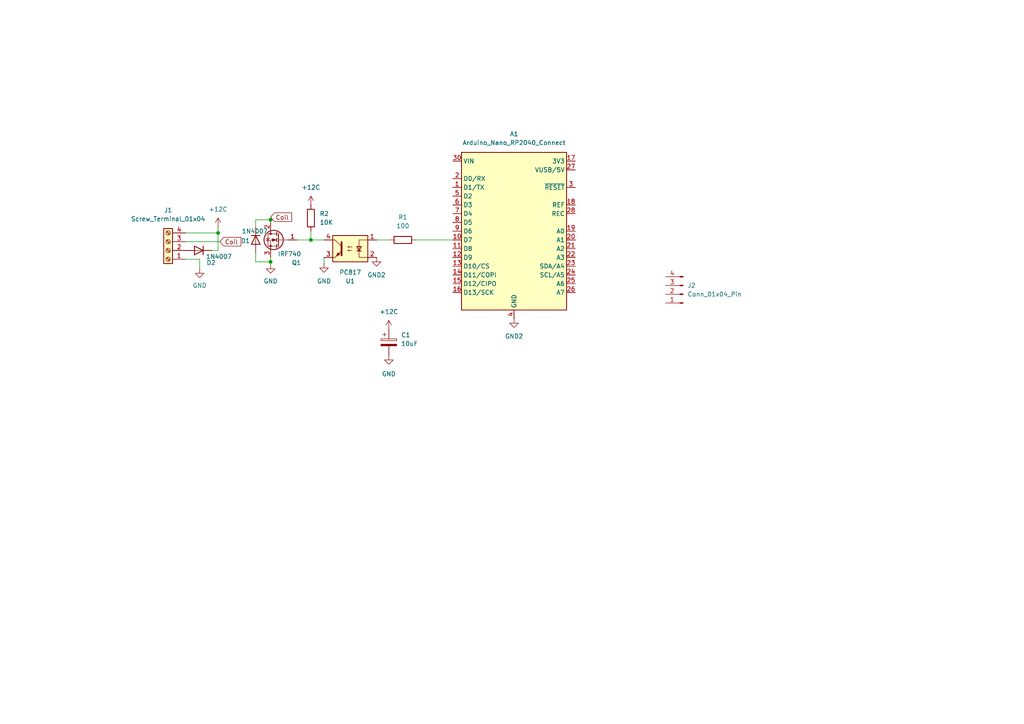
<source format=kicad_sch>
(kicad_sch
	(version 20231120)
	(generator "eeschema")
	(generator_version "8.0")
	(uuid "6e3291cc-e715-456a-8b8f-6df68a2eeb9c")
	(paper "A4")
	(lib_symbols
		(symbol "Connector:Conn_01x04_Pin"
			(pin_names
				(offset 1.016) hide)
			(exclude_from_sim no)
			(in_bom yes)
			(on_board yes)
			(property "Reference" "J"
				(at 0 5.08 0)
				(effects
					(font
						(size 1.27 1.27)
					)
				)
			)
			(property "Value" "Conn_01x04_Pin"
				(at 0 -7.62 0)
				(effects
					(font
						(size 1.27 1.27)
					)
				)
			)
			(property "Footprint" ""
				(at 0 0 0)
				(effects
					(font
						(size 1.27 1.27)
					)
					(hide yes)
				)
			)
			(property "Datasheet" "~"
				(at 0 0 0)
				(effects
					(font
						(size 1.27 1.27)
					)
					(hide yes)
				)
			)
			(property "Description" "Generic connector, single row, 01x04, script generated"
				(at 0 0 0)
				(effects
					(font
						(size 1.27 1.27)
					)
					(hide yes)
				)
			)
			(property "ki_locked" ""
				(at 0 0 0)
				(effects
					(font
						(size 1.27 1.27)
					)
				)
			)
			(property "ki_keywords" "connector"
				(at 0 0 0)
				(effects
					(font
						(size 1.27 1.27)
					)
					(hide yes)
				)
			)
			(property "ki_fp_filters" "Connector*:*_1x??_*"
				(at 0 0 0)
				(effects
					(font
						(size 1.27 1.27)
					)
					(hide yes)
				)
			)
			(symbol "Conn_01x04_Pin_1_1"
				(polyline
					(pts
						(xy 1.27 -5.08) (xy 0.8636 -5.08)
					)
					(stroke
						(width 0.1524)
						(type default)
					)
					(fill
						(type none)
					)
				)
				(polyline
					(pts
						(xy 1.27 -2.54) (xy 0.8636 -2.54)
					)
					(stroke
						(width 0.1524)
						(type default)
					)
					(fill
						(type none)
					)
				)
				(polyline
					(pts
						(xy 1.27 0) (xy 0.8636 0)
					)
					(stroke
						(width 0.1524)
						(type default)
					)
					(fill
						(type none)
					)
				)
				(polyline
					(pts
						(xy 1.27 2.54) (xy 0.8636 2.54)
					)
					(stroke
						(width 0.1524)
						(type default)
					)
					(fill
						(type none)
					)
				)
				(rectangle
					(start 0.8636 -4.953)
					(end 0 -5.207)
					(stroke
						(width 0.1524)
						(type default)
					)
					(fill
						(type outline)
					)
				)
				(rectangle
					(start 0.8636 -2.413)
					(end 0 -2.667)
					(stroke
						(width 0.1524)
						(type default)
					)
					(fill
						(type outline)
					)
				)
				(rectangle
					(start 0.8636 0.127)
					(end 0 -0.127)
					(stroke
						(width 0.1524)
						(type default)
					)
					(fill
						(type outline)
					)
				)
				(rectangle
					(start 0.8636 2.667)
					(end 0 2.413)
					(stroke
						(width 0.1524)
						(type default)
					)
					(fill
						(type outline)
					)
				)
				(pin passive line
					(at 5.08 2.54 180)
					(length 3.81)
					(name "Pin_1"
						(effects
							(font
								(size 1.27 1.27)
							)
						)
					)
					(number "1"
						(effects
							(font
								(size 1.27 1.27)
							)
						)
					)
				)
				(pin passive line
					(at 5.08 0 180)
					(length 3.81)
					(name "Pin_2"
						(effects
							(font
								(size 1.27 1.27)
							)
						)
					)
					(number "2"
						(effects
							(font
								(size 1.27 1.27)
							)
						)
					)
				)
				(pin passive line
					(at 5.08 -2.54 180)
					(length 3.81)
					(name "Pin_3"
						(effects
							(font
								(size 1.27 1.27)
							)
						)
					)
					(number "3"
						(effects
							(font
								(size 1.27 1.27)
							)
						)
					)
				)
				(pin passive line
					(at 5.08 -5.08 180)
					(length 3.81)
					(name "Pin_4"
						(effects
							(font
								(size 1.27 1.27)
							)
						)
					)
					(number "4"
						(effects
							(font
								(size 1.27 1.27)
							)
						)
					)
				)
			)
		)
		(symbol "Connector:Screw_Terminal_01x04"
			(pin_names
				(offset 1.016) hide)
			(exclude_from_sim no)
			(in_bom yes)
			(on_board yes)
			(property "Reference" "J"
				(at 0 5.08 0)
				(effects
					(font
						(size 1.27 1.27)
					)
				)
			)
			(property "Value" "Screw_Terminal_01x04"
				(at 0 -7.62 0)
				(effects
					(font
						(size 1.27 1.27)
					)
				)
			)
			(property "Footprint" ""
				(at 0 0 0)
				(effects
					(font
						(size 1.27 1.27)
					)
					(hide yes)
				)
			)
			(property "Datasheet" "~"
				(at 0 0 0)
				(effects
					(font
						(size 1.27 1.27)
					)
					(hide yes)
				)
			)
			(property "Description" "Generic screw terminal, single row, 01x04, script generated (kicad-library-utils/schlib/autogen/connector/)"
				(at 0 0 0)
				(effects
					(font
						(size 1.27 1.27)
					)
					(hide yes)
				)
			)
			(property "ki_keywords" "screw terminal"
				(at 0 0 0)
				(effects
					(font
						(size 1.27 1.27)
					)
					(hide yes)
				)
			)
			(property "ki_fp_filters" "TerminalBlock*:*"
				(at 0 0 0)
				(effects
					(font
						(size 1.27 1.27)
					)
					(hide yes)
				)
			)
			(symbol "Screw_Terminal_01x04_1_1"
				(rectangle
					(start -1.27 3.81)
					(end 1.27 -6.35)
					(stroke
						(width 0.254)
						(type default)
					)
					(fill
						(type background)
					)
				)
				(circle
					(center 0 -5.08)
					(radius 0.635)
					(stroke
						(width 0.1524)
						(type default)
					)
					(fill
						(type none)
					)
				)
				(circle
					(center 0 -2.54)
					(radius 0.635)
					(stroke
						(width 0.1524)
						(type default)
					)
					(fill
						(type none)
					)
				)
				(polyline
					(pts
						(xy -0.5334 -4.7498) (xy 0.3302 -5.588)
					)
					(stroke
						(width 0.1524)
						(type default)
					)
					(fill
						(type none)
					)
				)
				(polyline
					(pts
						(xy -0.5334 -2.2098) (xy 0.3302 -3.048)
					)
					(stroke
						(width 0.1524)
						(type default)
					)
					(fill
						(type none)
					)
				)
				(polyline
					(pts
						(xy -0.5334 0.3302) (xy 0.3302 -0.508)
					)
					(stroke
						(width 0.1524)
						(type default)
					)
					(fill
						(type none)
					)
				)
				(polyline
					(pts
						(xy -0.5334 2.8702) (xy 0.3302 2.032)
					)
					(stroke
						(width 0.1524)
						(type default)
					)
					(fill
						(type none)
					)
				)
				(polyline
					(pts
						(xy -0.3556 -4.572) (xy 0.508 -5.4102)
					)
					(stroke
						(width 0.1524)
						(type default)
					)
					(fill
						(type none)
					)
				)
				(polyline
					(pts
						(xy -0.3556 -2.032) (xy 0.508 -2.8702)
					)
					(stroke
						(width 0.1524)
						(type default)
					)
					(fill
						(type none)
					)
				)
				(polyline
					(pts
						(xy -0.3556 0.508) (xy 0.508 -0.3302)
					)
					(stroke
						(width 0.1524)
						(type default)
					)
					(fill
						(type none)
					)
				)
				(polyline
					(pts
						(xy -0.3556 3.048) (xy 0.508 2.2098)
					)
					(stroke
						(width 0.1524)
						(type default)
					)
					(fill
						(type none)
					)
				)
				(circle
					(center 0 0)
					(radius 0.635)
					(stroke
						(width 0.1524)
						(type default)
					)
					(fill
						(type none)
					)
				)
				(circle
					(center 0 2.54)
					(radius 0.635)
					(stroke
						(width 0.1524)
						(type default)
					)
					(fill
						(type none)
					)
				)
				(pin passive line
					(at -5.08 2.54 0)
					(length 3.81)
					(name "Pin_1"
						(effects
							(font
								(size 1.27 1.27)
							)
						)
					)
					(number "1"
						(effects
							(font
								(size 1.27 1.27)
							)
						)
					)
				)
				(pin passive line
					(at -5.08 0 0)
					(length 3.81)
					(name "Pin_2"
						(effects
							(font
								(size 1.27 1.27)
							)
						)
					)
					(number "2"
						(effects
							(font
								(size 1.27 1.27)
							)
						)
					)
				)
				(pin passive line
					(at -5.08 -2.54 0)
					(length 3.81)
					(name "Pin_3"
						(effects
							(font
								(size 1.27 1.27)
							)
						)
					)
					(number "3"
						(effects
							(font
								(size 1.27 1.27)
							)
						)
					)
				)
				(pin passive line
					(at -5.08 -5.08 0)
					(length 3.81)
					(name "Pin_4"
						(effects
							(font
								(size 1.27 1.27)
							)
						)
					)
					(number "4"
						(effects
							(font
								(size 1.27 1.27)
							)
						)
					)
				)
			)
		)
		(symbol "Device:C_Polarized"
			(pin_numbers hide)
			(pin_names
				(offset 0.254)
			)
			(exclude_from_sim no)
			(in_bom yes)
			(on_board yes)
			(property "Reference" "C"
				(at 0.635 2.54 0)
				(effects
					(font
						(size 1.27 1.27)
					)
					(justify left)
				)
			)
			(property "Value" "C_Polarized"
				(at 0.635 -2.54 0)
				(effects
					(font
						(size 1.27 1.27)
					)
					(justify left)
				)
			)
			(property "Footprint" ""
				(at 0.9652 -3.81 0)
				(effects
					(font
						(size 1.27 1.27)
					)
					(hide yes)
				)
			)
			(property "Datasheet" "~"
				(at 0 0 0)
				(effects
					(font
						(size 1.27 1.27)
					)
					(hide yes)
				)
			)
			(property "Description" "Polarized capacitor"
				(at 0 0 0)
				(effects
					(font
						(size 1.27 1.27)
					)
					(hide yes)
				)
			)
			(property "ki_keywords" "cap capacitor"
				(at 0 0 0)
				(effects
					(font
						(size 1.27 1.27)
					)
					(hide yes)
				)
			)
			(property "ki_fp_filters" "CP_*"
				(at 0 0 0)
				(effects
					(font
						(size 1.27 1.27)
					)
					(hide yes)
				)
			)
			(symbol "C_Polarized_0_1"
				(rectangle
					(start -2.286 0.508)
					(end 2.286 1.016)
					(stroke
						(width 0)
						(type default)
					)
					(fill
						(type none)
					)
				)
				(polyline
					(pts
						(xy -1.778 2.286) (xy -0.762 2.286)
					)
					(stroke
						(width 0)
						(type default)
					)
					(fill
						(type none)
					)
				)
				(polyline
					(pts
						(xy -1.27 2.794) (xy -1.27 1.778)
					)
					(stroke
						(width 0)
						(type default)
					)
					(fill
						(type none)
					)
				)
				(rectangle
					(start 2.286 -0.508)
					(end -2.286 -1.016)
					(stroke
						(width 0)
						(type default)
					)
					(fill
						(type outline)
					)
				)
			)
			(symbol "C_Polarized_1_1"
				(pin passive line
					(at 0 3.81 270)
					(length 2.794)
					(name "~"
						(effects
							(font
								(size 1.27 1.27)
							)
						)
					)
					(number "1"
						(effects
							(font
								(size 1.27 1.27)
							)
						)
					)
				)
				(pin passive line
					(at 0 -3.81 90)
					(length 2.794)
					(name "~"
						(effects
							(font
								(size 1.27 1.27)
							)
						)
					)
					(number "2"
						(effects
							(font
								(size 1.27 1.27)
							)
						)
					)
				)
			)
		)
		(symbol "Device:R"
			(pin_numbers hide)
			(pin_names
				(offset 0)
			)
			(exclude_from_sim no)
			(in_bom yes)
			(on_board yes)
			(property "Reference" "R"
				(at 2.032 0 90)
				(effects
					(font
						(size 1.27 1.27)
					)
				)
			)
			(property "Value" "R"
				(at 0 0 90)
				(effects
					(font
						(size 1.27 1.27)
					)
				)
			)
			(property "Footprint" ""
				(at -1.778 0 90)
				(effects
					(font
						(size 1.27 1.27)
					)
					(hide yes)
				)
			)
			(property "Datasheet" "~"
				(at 0 0 0)
				(effects
					(font
						(size 1.27 1.27)
					)
					(hide yes)
				)
			)
			(property "Description" "Resistor"
				(at 0 0 0)
				(effects
					(font
						(size 1.27 1.27)
					)
					(hide yes)
				)
			)
			(property "ki_keywords" "R res resistor"
				(at 0 0 0)
				(effects
					(font
						(size 1.27 1.27)
					)
					(hide yes)
				)
			)
			(property "ki_fp_filters" "R_*"
				(at 0 0 0)
				(effects
					(font
						(size 1.27 1.27)
					)
					(hide yes)
				)
			)
			(symbol "R_0_1"
				(rectangle
					(start -1.016 -2.54)
					(end 1.016 2.54)
					(stroke
						(width 0.254)
						(type default)
					)
					(fill
						(type none)
					)
				)
			)
			(symbol "R_1_1"
				(pin passive line
					(at 0 3.81 270)
					(length 1.27)
					(name "~"
						(effects
							(font
								(size 1.27 1.27)
							)
						)
					)
					(number "1"
						(effects
							(font
								(size 1.27 1.27)
							)
						)
					)
				)
				(pin passive line
					(at 0 -3.81 90)
					(length 1.27)
					(name "~"
						(effects
							(font
								(size 1.27 1.27)
							)
						)
					)
					(number "2"
						(effects
							(font
								(size 1.27 1.27)
							)
						)
					)
				)
			)
		)
		(symbol "Diode:1N4007"
			(pin_numbers hide)
			(pin_names hide)
			(exclude_from_sim no)
			(in_bom yes)
			(on_board yes)
			(property "Reference" "D"
				(at 0 2.54 0)
				(effects
					(font
						(size 1.27 1.27)
					)
				)
			)
			(property "Value" "1N4007"
				(at 0 -2.54 0)
				(effects
					(font
						(size 1.27 1.27)
					)
				)
			)
			(property "Footprint" "Diode_THT:D_DO-41_SOD81_P10.16mm_Horizontal"
				(at 0 -4.445 0)
				(effects
					(font
						(size 1.27 1.27)
					)
					(hide yes)
				)
			)
			(property "Datasheet" "http://www.vishay.com/docs/88503/1n4001.pdf"
				(at 0 0 0)
				(effects
					(font
						(size 1.27 1.27)
					)
					(hide yes)
				)
			)
			(property "Description" "1000V 1A General Purpose Rectifier Diode, DO-41"
				(at 0 0 0)
				(effects
					(font
						(size 1.27 1.27)
					)
					(hide yes)
				)
			)
			(property "Sim.Device" "D"
				(at 0 0 0)
				(effects
					(font
						(size 1.27 1.27)
					)
					(hide yes)
				)
			)
			(property "Sim.Pins" "1=K 2=A"
				(at 0 0 0)
				(effects
					(font
						(size 1.27 1.27)
					)
					(hide yes)
				)
			)
			(property "ki_keywords" "diode"
				(at 0 0 0)
				(effects
					(font
						(size 1.27 1.27)
					)
					(hide yes)
				)
			)
			(property "ki_fp_filters" "D*DO?41*"
				(at 0 0 0)
				(effects
					(font
						(size 1.27 1.27)
					)
					(hide yes)
				)
			)
			(symbol "1N4007_0_1"
				(polyline
					(pts
						(xy -1.27 1.27) (xy -1.27 -1.27)
					)
					(stroke
						(width 0.254)
						(type default)
					)
					(fill
						(type none)
					)
				)
				(polyline
					(pts
						(xy 1.27 0) (xy -1.27 0)
					)
					(stroke
						(width 0)
						(type default)
					)
					(fill
						(type none)
					)
				)
				(polyline
					(pts
						(xy 1.27 1.27) (xy 1.27 -1.27) (xy -1.27 0) (xy 1.27 1.27)
					)
					(stroke
						(width 0.254)
						(type default)
					)
					(fill
						(type none)
					)
				)
			)
			(symbol "1N4007_1_1"
				(pin passive line
					(at -3.81 0 0)
					(length 2.54)
					(name "K"
						(effects
							(font
								(size 1.27 1.27)
							)
						)
					)
					(number "1"
						(effects
							(font
								(size 1.27 1.27)
							)
						)
					)
				)
				(pin passive line
					(at 3.81 0 180)
					(length 2.54)
					(name "A"
						(effects
							(font
								(size 1.27 1.27)
							)
						)
					)
					(number "2"
						(effects
							(font
								(size 1.27 1.27)
							)
						)
					)
				)
			)
		)
		(symbol "Isolator:PC817"
			(pin_names
				(offset 1.016)
			)
			(exclude_from_sim no)
			(in_bom yes)
			(on_board yes)
			(property "Reference" "U"
				(at -5.08 5.08 0)
				(effects
					(font
						(size 1.27 1.27)
					)
					(justify left)
				)
			)
			(property "Value" "PC817"
				(at 0 5.08 0)
				(effects
					(font
						(size 1.27 1.27)
					)
					(justify left)
				)
			)
			(property "Footprint" "Package_DIP:DIP-4_W7.62mm"
				(at -5.08 -5.08 0)
				(effects
					(font
						(size 1.27 1.27)
						(italic yes)
					)
					(justify left)
					(hide yes)
				)
			)
			(property "Datasheet" "http://www.soselectronic.cz/a_info/resource/d/pc817.pdf"
				(at 0 0 0)
				(effects
					(font
						(size 1.27 1.27)
					)
					(justify left)
					(hide yes)
				)
			)
			(property "Description" "DC Optocoupler, Vce 35V, CTR 50-300%, DIP-4"
				(at 0 0 0)
				(effects
					(font
						(size 1.27 1.27)
					)
					(hide yes)
				)
			)
			(property "ki_keywords" "NPN DC Optocoupler"
				(at 0 0 0)
				(effects
					(font
						(size 1.27 1.27)
					)
					(hide yes)
				)
			)
			(property "ki_fp_filters" "DIP*W7.62mm*"
				(at 0 0 0)
				(effects
					(font
						(size 1.27 1.27)
					)
					(hide yes)
				)
			)
			(symbol "PC817_0_1"
				(rectangle
					(start -5.08 3.81)
					(end 5.08 -3.81)
					(stroke
						(width 0.254)
						(type default)
					)
					(fill
						(type background)
					)
				)
				(polyline
					(pts
						(xy -3.175 -0.635) (xy -1.905 -0.635)
					)
					(stroke
						(width 0.254)
						(type default)
					)
					(fill
						(type none)
					)
				)
				(polyline
					(pts
						(xy 2.54 0.635) (xy 4.445 2.54)
					)
					(stroke
						(width 0)
						(type default)
					)
					(fill
						(type none)
					)
				)
				(polyline
					(pts
						(xy 4.445 -2.54) (xy 2.54 -0.635)
					)
					(stroke
						(width 0)
						(type default)
					)
					(fill
						(type outline)
					)
				)
				(polyline
					(pts
						(xy 4.445 -2.54) (xy 5.08 -2.54)
					)
					(stroke
						(width 0)
						(type default)
					)
					(fill
						(type none)
					)
				)
				(polyline
					(pts
						(xy 4.445 2.54) (xy 5.08 2.54)
					)
					(stroke
						(width 0)
						(type default)
					)
					(fill
						(type none)
					)
				)
				(polyline
					(pts
						(xy -5.08 2.54) (xy -2.54 2.54) (xy -2.54 -0.635)
					)
					(stroke
						(width 0)
						(type default)
					)
					(fill
						(type none)
					)
				)
				(polyline
					(pts
						(xy -2.54 -0.635) (xy -2.54 -2.54) (xy -5.08 -2.54)
					)
					(stroke
						(width 0)
						(type default)
					)
					(fill
						(type none)
					)
				)
				(polyline
					(pts
						(xy 2.54 1.905) (xy 2.54 -1.905) (xy 2.54 -1.905)
					)
					(stroke
						(width 0.508)
						(type default)
					)
					(fill
						(type none)
					)
				)
				(polyline
					(pts
						(xy -2.54 -0.635) (xy -3.175 0.635) (xy -1.905 0.635) (xy -2.54 -0.635)
					)
					(stroke
						(width 0.254)
						(type default)
					)
					(fill
						(type none)
					)
				)
				(polyline
					(pts
						(xy -0.508 -0.508) (xy 0.762 -0.508) (xy 0.381 -0.635) (xy 0.381 -0.381) (xy 0.762 -0.508)
					)
					(stroke
						(width 0)
						(type default)
					)
					(fill
						(type none)
					)
				)
				(polyline
					(pts
						(xy -0.508 0.508) (xy 0.762 0.508) (xy 0.381 0.381) (xy 0.381 0.635) (xy 0.762 0.508)
					)
					(stroke
						(width 0)
						(type default)
					)
					(fill
						(type none)
					)
				)
				(polyline
					(pts
						(xy 3.048 -1.651) (xy 3.556 -1.143) (xy 4.064 -2.159) (xy 3.048 -1.651) (xy 3.048 -1.651)
					)
					(stroke
						(width 0)
						(type default)
					)
					(fill
						(type outline)
					)
				)
			)
			(symbol "PC817_1_1"
				(pin passive line
					(at -7.62 2.54 0)
					(length 2.54)
					(name "~"
						(effects
							(font
								(size 1.27 1.27)
							)
						)
					)
					(number "1"
						(effects
							(font
								(size 1.27 1.27)
							)
						)
					)
				)
				(pin passive line
					(at -7.62 -2.54 0)
					(length 2.54)
					(name "~"
						(effects
							(font
								(size 1.27 1.27)
							)
						)
					)
					(number "2"
						(effects
							(font
								(size 1.27 1.27)
							)
						)
					)
				)
				(pin passive line
					(at 7.62 -2.54 180)
					(length 2.54)
					(name "~"
						(effects
							(font
								(size 1.27 1.27)
							)
						)
					)
					(number "3"
						(effects
							(font
								(size 1.27 1.27)
							)
						)
					)
				)
				(pin passive line
					(at 7.62 2.54 180)
					(length 2.54)
					(name "~"
						(effects
							(font
								(size 1.27 1.27)
							)
						)
					)
					(number "4"
						(effects
							(font
								(size 1.27 1.27)
							)
						)
					)
				)
			)
		)
		(symbol "MCU_Module:Arduino_Nano_RP2040_Connect"
			(exclude_from_sim no)
			(in_bom yes)
			(on_board yes)
			(property "Reference" "A"
				(at -14.986 23.622 0)
				(effects
					(font
						(size 1.27 1.27)
					)
					(justify left bottom)
				)
			)
			(property "Value" "Arduino_Nano_RP2040_Connect"
				(at 3.81 -25.654 0)
				(effects
					(font
						(size 1.27 1.27)
					)
					(justify left top)
				)
			)
			(property "Footprint" "Module:Arduino_Nano"
				(at 13.716 -34.036 0)
				(effects
					(font
						(size 1.27 1.27)
						(italic yes)
					)
					(hide yes)
				)
			)
			(property "Datasheet" "https://docs.arduino.cc/resources/datasheets/ABX00053-datasheet.pdf"
				(at 39.116 -31.496 0)
				(effects
					(font
						(size 1.27 1.27)
					)
					(hide yes)
				)
			)
			(property "Description" "Arduino Nano board based on the RP2040 microcontroller with a dual-core 133 MHz ARM Cortex-M0+ processor, 264 kB SRAM, and up to 16 MB flash memory. Operates at 3.3V, with 5V Micro USB input and 4-20V VIN. Features Wi-Fi®, Bluetooth® LE, digital and analog pins, and supports SPI, I2C, UART, and PIO. Includes a 6-axis IMU, RGB LED, microphone, and cryptographic chip for secure communication."
				(at 209.042 -28.956 0)
				(effects
					(font
						(size 1.27 1.27)
					)
					(hide yes)
				)
			)
			(property "ki_keywords" "Raspberry Pi MCU"
				(at 0 0 0)
				(effects
					(font
						(size 1.27 1.27)
					)
					(hide yes)
				)
			)
			(property "ki_fp_filters" "Arduino*Nano*"
				(at 0 0 0)
				(effects
					(font
						(size 1.27 1.27)
					)
					(hide yes)
				)
			)
			(symbol "Arduino_Nano_RP2040_Connect_0_1"
				(rectangle
					(start -15.24 22.86)
					(end 15.24 -22.86)
					(stroke
						(width 0.254)
						(type default)
					)
					(fill
						(type background)
					)
				)
			)
			(symbol "Arduino_Nano_RP2040_Connect_1_1"
				(pin bidirectional line
					(at -17.78 12.7 0)
					(length 2.54)
					(name "D1/TX"
						(effects
							(font
								(size 1.27 1.27)
							)
						)
					)
					(number "1"
						(effects
							(font
								(size 1.27 1.27)
							)
						)
					)
				)
				(pin bidirectional line
					(at -17.78 -2.54 0)
					(length 2.54)
					(name "D7"
						(effects
							(font
								(size 1.27 1.27)
							)
						)
					)
					(number "10"
						(effects
							(font
								(size 1.27 1.27)
							)
						)
					)
				)
				(pin bidirectional line
					(at -17.78 -5.08 0)
					(length 2.54)
					(name "D8"
						(effects
							(font
								(size 1.27 1.27)
							)
						)
					)
					(number "11"
						(effects
							(font
								(size 1.27 1.27)
							)
						)
					)
				)
				(pin bidirectional line
					(at -17.78 -7.62 0)
					(length 2.54)
					(name "D9"
						(effects
							(font
								(size 1.27 1.27)
							)
						)
					)
					(number "12"
						(effects
							(font
								(size 1.27 1.27)
							)
						)
					)
				)
				(pin bidirectional line
					(at -17.78 -10.16 0)
					(length 2.54)
					(name "D10/CS"
						(effects
							(font
								(size 1.27 1.27)
							)
						)
					)
					(number "13"
						(effects
							(font
								(size 1.27 1.27)
							)
						)
					)
				)
				(pin bidirectional line
					(at -17.78 -12.7 0)
					(length 2.54)
					(name "D11/COPI"
						(effects
							(font
								(size 1.27 1.27)
							)
						)
					)
					(number "14"
						(effects
							(font
								(size 1.27 1.27)
							)
						)
					)
				)
				(pin bidirectional line
					(at -17.78 -15.24 0)
					(length 2.54)
					(name "D12/CIPO"
						(effects
							(font
								(size 1.27 1.27)
							)
						)
					)
					(number "15"
						(effects
							(font
								(size 1.27 1.27)
							)
						)
					)
				)
				(pin bidirectional line
					(at -17.78 -17.78 0)
					(length 2.54)
					(name "D13/SCK"
						(effects
							(font
								(size 1.27 1.27)
							)
						)
					)
					(number "16"
						(effects
							(font
								(size 1.27 1.27)
							)
						)
					)
				)
				(pin power_out line
					(at 17.78 20.32 180)
					(length 2.54)
					(name "3V3"
						(effects
							(font
								(size 1.27 1.27)
							)
						)
					)
					(number "17"
						(effects
							(font
								(size 1.27 1.27)
							)
						)
					)
				)
				(pin passive line
					(at 17.78 7.62 180)
					(length 2.54)
					(name "REF"
						(effects
							(font
								(size 1.27 1.27)
							)
						)
					)
					(number "18"
						(effects
							(font
								(size 1.27 1.27)
							)
						)
					)
				)
				(pin bidirectional line
					(at 17.78 0 180)
					(length 2.54)
					(name "A0"
						(effects
							(font
								(size 1.27 1.27)
							)
						)
					)
					(number "19"
						(effects
							(font
								(size 1.27 1.27)
							)
						)
					)
				)
				(pin bidirectional line
					(at -17.78 15.24 0)
					(length 2.54)
					(name "D0/RX"
						(effects
							(font
								(size 1.27 1.27)
							)
						)
					)
					(number "2"
						(effects
							(font
								(size 1.27 1.27)
							)
						)
					)
				)
				(pin bidirectional line
					(at 17.78 -2.54 180)
					(length 2.54)
					(name "A1"
						(effects
							(font
								(size 1.27 1.27)
							)
						)
					)
					(number "20"
						(effects
							(font
								(size 1.27 1.27)
							)
						)
					)
				)
				(pin bidirectional line
					(at 17.78 -5.08 180)
					(length 2.54)
					(name "A2"
						(effects
							(font
								(size 1.27 1.27)
							)
						)
					)
					(number "21"
						(effects
							(font
								(size 1.27 1.27)
							)
						)
					)
				)
				(pin bidirectional line
					(at 17.78 -7.62 180)
					(length 2.54)
					(name "A3"
						(effects
							(font
								(size 1.27 1.27)
							)
						)
					)
					(number "22"
						(effects
							(font
								(size 1.27 1.27)
							)
						)
					)
				)
				(pin bidirectional line
					(at 17.78 -10.16 180)
					(length 2.54)
					(name "SDA/A4"
						(effects
							(font
								(size 1.27 1.27)
							)
						)
					)
					(number "23"
						(effects
							(font
								(size 1.27 1.27)
							)
						)
					)
				)
				(pin bidirectional line
					(at 17.78 -12.7 180)
					(length 2.54)
					(name "SCL/A5"
						(effects
							(font
								(size 1.27 1.27)
							)
						)
					)
					(number "24"
						(effects
							(font
								(size 1.27 1.27)
							)
						)
					)
				)
				(pin bidirectional line
					(at 17.78 -15.24 180)
					(length 2.54)
					(name "A6"
						(effects
							(font
								(size 1.27 1.27)
							)
						)
					)
					(number "25"
						(effects
							(font
								(size 1.27 1.27)
							)
						)
					)
				)
				(pin bidirectional line
					(at 17.78 -17.78 180)
					(length 2.54)
					(name "A7"
						(effects
							(font
								(size 1.27 1.27)
							)
						)
					)
					(number "26"
						(effects
							(font
								(size 1.27 1.27)
							)
						)
					)
				)
				(pin power_out line
					(at 17.78 17.78 180)
					(length 2.54)
					(name "VUSB/5V"
						(effects
							(font
								(size 1.27 1.27)
							)
						)
					)
					(number "27"
						(effects
							(font
								(size 1.27 1.27)
							)
						)
					)
				)
				(pin input line
					(at 17.78 5.08 180)
					(length 2.54)
					(name "REC"
						(effects
							(font
								(size 1.27 1.27)
							)
						)
					)
					(number "28"
						(effects
							(font
								(size 1.27 1.27)
							)
						)
					)
				)
				(pin passive line
					(at 0 -25.4 90)
					(length 2.54) hide
					(name "GND"
						(effects
							(font
								(size 1.27 1.27)
							)
						)
					)
					(number "29"
						(effects
							(font
								(size 1.27 1.27)
							)
						)
					)
				)
				(pin input line
					(at 17.78 12.7 180)
					(length 2.54)
					(name "~{RESET}"
						(effects
							(font
								(size 1.27 1.27)
							)
						)
					)
					(number "3"
						(effects
							(font
								(size 1.27 1.27)
							)
						)
					)
				)
				(pin power_in line
					(at -17.78 20.32 0)
					(length 2.54)
					(name "VIN"
						(effects
							(font
								(size 1.27 1.27)
							)
						)
					)
					(number "30"
						(effects
							(font
								(size 1.27 1.27)
							)
						)
					)
				)
				(pin power_in line
					(at 0 -25.4 90)
					(length 2.54)
					(name "GND"
						(effects
							(font
								(size 1.27 1.27)
							)
						)
					)
					(number "4"
						(effects
							(font
								(size 1.27 1.27)
							)
						)
					)
				)
				(pin bidirectional line
					(at -17.78 10.16 0)
					(length 2.54)
					(name "D2"
						(effects
							(font
								(size 1.27 1.27)
							)
						)
					)
					(number "5"
						(effects
							(font
								(size 1.27 1.27)
							)
						)
					)
				)
				(pin bidirectional line
					(at -17.78 7.62 0)
					(length 2.54)
					(name "D3"
						(effects
							(font
								(size 1.27 1.27)
							)
						)
					)
					(number "6"
						(effects
							(font
								(size 1.27 1.27)
							)
						)
					)
				)
				(pin bidirectional line
					(at -17.78 5.08 0)
					(length 2.54)
					(name "D4"
						(effects
							(font
								(size 1.27 1.27)
							)
						)
					)
					(number "7"
						(effects
							(font
								(size 1.27 1.27)
							)
						)
					)
				)
				(pin bidirectional line
					(at -17.78 2.54 0)
					(length 2.54)
					(name "D5"
						(effects
							(font
								(size 1.27 1.27)
							)
						)
					)
					(number "8"
						(effects
							(font
								(size 1.27 1.27)
							)
						)
					)
				)
				(pin bidirectional line
					(at -17.78 0 0)
					(length 2.54)
					(name "D6"
						(effects
							(font
								(size 1.27 1.27)
							)
						)
					)
					(number "9"
						(effects
							(font
								(size 1.27 1.27)
							)
						)
					)
				)
			)
		)
		(symbol "Transistor_FET:IRF740"
			(pin_names hide)
			(exclude_from_sim no)
			(in_bom yes)
			(on_board yes)
			(property "Reference" "Q"
				(at 5.08 1.905 0)
				(effects
					(font
						(size 1.27 1.27)
					)
					(justify left)
				)
			)
			(property "Value" "IRF740"
				(at 5.08 0 0)
				(effects
					(font
						(size 1.27 1.27)
					)
					(justify left)
				)
			)
			(property "Footprint" "Package_TO_SOT_THT:TO-220-3_Vertical"
				(at 5.08 -1.905 0)
				(effects
					(font
						(size 1.27 1.27)
						(italic yes)
					)
					(justify left)
					(hide yes)
				)
			)
			(property "Datasheet" "http://www.vishay.com/docs/91054/91054.pdf"
				(at 5.08 -3.81 0)
				(effects
					(font
						(size 1.27 1.27)
					)
					(justify left)
					(hide yes)
				)
			)
			(property "Description" "10A Id, 400V Vds, N-Channel Power MOSFET, 500mOhm Rds, TO-220AB"
				(at 0 0 0)
				(effects
					(font
						(size 1.27 1.27)
					)
					(hide yes)
				)
			)
			(property "ki_keywords" "N Channel"
				(at 0 0 0)
				(effects
					(font
						(size 1.27 1.27)
					)
					(hide yes)
				)
			)
			(property "ki_fp_filters" "TO?220*"
				(at 0 0 0)
				(effects
					(font
						(size 1.27 1.27)
					)
					(hide yes)
				)
			)
			(symbol "IRF740_0_1"
				(polyline
					(pts
						(xy 0.254 0) (xy -2.54 0)
					)
					(stroke
						(width 0)
						(type default)
					)
					(fill
						(type none)
					)
				)
				(polyline
					(pts
						(xy 0.254 1.905) (xy 0.254 -1.905)
					)
					(stroke
						(width 0.254)
						(type default)
					)
					(fill
						(type none)
					)
				)
				(polyline
					(pts
						(xy 0.762 -1.27) (xy 0.762 -2.286)
					)
					(stroke
						(width 0.254)
						(type default)
					)
					(fill
						(type none)
					)
				)
				(polyline
					(pts
						(xy 0.762 0.508) (xy 0.762 -0.508)
					)
					(stroke
						(width 0.254)
						(type default)
					)
					(fill
						(type none)
					)
				)
				(polyline
					(pts
						(xy 0.762 2.286) (xy 0.762 1.27)
					)
					(stroke
						(width 0.254)
						(type default)
					)
					(fill
						(type none)
					)
				)
				(polyline
					(pts
						(xy 2.54 2.54) (xy 2.54 1.778)
					)
					(stroke
						(width 0)
						(type default)
					)
					(fill
						(type none)
					)
				)
				(polyline
					(pts
						(xy 2.54 -2.54) (xy 2.54 0) (xy 0.762 0)
					)
					(stroke
						(width 0)
						(type default)
					)
					(fill
						(type none)
					)
				)
				(polyline
					(pts
						(xy 0.762 -1.778) (xy 3.302 -1.778) (xy 3.302 1.778) (xy 0.762 1.778)
					)
					(stroke
						(width 0)
						(type default)
					)
					(fill
						(type none)
					)
				)
				(polyline
					(pts
						(xy 1.016 0) (xy 2.032 0.381) (xy 2.032 -0.381) (xy 1.016 0)
					)
					(stroke
						(width 0)
						(type default)
					)
					(fill
						(type outline)
					)
				)
				(polyline
					(pts
						(xy 2.794 0.508) (xy 2.921 0.381) (xy 3.683 0.381) (xy 3.81 0.254)
					)
					(stroke
						(width 0)
						(type default)
					)
					(fill
						(type none)
					)
				)
				(polyline
					(pts
						(xy 3.302 0.381) (xy 2.921 -0.254) (xy 3.683 -0.254) (xy 3.302 0.381)
					)
					(stroke
						(width 0)
						(type default)
					)
					(fill
						(type none)
					)
				)
				(circle
					(center 1.651 0)
					(radius 2.794)
					(stroke
						(width 0.254)
						(type default)
					)
					(fill
						(type none)
					)
				)
				(circle
					(center 2.54 -1.778)
					(radius 0.254)
					(stroke
						(width 0)
						(type default)
					)
					(fill
						(type outline)
					)
				)
				(circle
					(center 2.54 1.778)
					(radius 0.254)
					(stroke
						(width 0)
						(type default)
					)
					(fill
						(type outline)
					)
				)
			)
			(symbol "IRF740_1_1"
				(pin input line
					(at -5.08 0 0)
					(length 2.54)
					(name "G"
						(effects
							(font
								(size 1.27 1.27)
							)
						)
					)
					(number "1"
						(effects
							(font
								(size 1.27 1.27)
							)
						)
					)
				)
				(pin passive line
					(at 2.54 5.08 270)
					(length 2.54)
					(name "D"
						(effects
							(font
								(size 1.27 1.27)
							)
						)
					)
					(number "2"
						(effects
							(font
								(size 1.27 1.27)
							)
						)
					)
				)
				(pin passive line
					(at 2.54 -5.08 90)
					(length 2.54)
					(name "S"
						(effects
							(font
								(size 1.27 1.27)
							)
						)
					)
					(number "3"
						(effects
							(font
								(size 1.27 1.27)
							)
						)
					)
				)
			)
		)
		(symbol "power:+12C"
			(power)
			(pin_numbers hide)
			(pin_names
				(offset 0) hide)
			(exclude_from_sim no)
			(in_bom yes)
			(on_board yes)
			(property "Reference" "#PWR"
				(at 0 -3.81 0)
				(effects
					(font
						(size 1.27 1.27)
					)
					(hide yes)
				)
			)
			(property "Value" "+12C"
				(at 0 3.556 0)
				(effects
					(font
						(size 1.27 1.27)
					)
				)
			)
			(property "Footprint" ""
				(at 0 0 0)
				(effects
					(font
						(size 1.27 1.27)
					)
					(hide yes)
				)
			)
			(property "Datasheet" ""
				(at 0 0 0)
				(effects
					(font
						(size 1.27 1.27)
					)
					(hide yes)
				)
			)
			(property "Description" "Power symbol creates a global label with name \"+12C\""
				(at 0 0 0)
				(effects
					(font
						(size 1.27 1.27)
					)
					(hide yes)
				)
			)
			(property "ki_keywords" "global power"
				(at 0 0 0)
				(effects
					(font
						(size 1.27 1.27)
					)
					(hide yes)
				)
			)
			(symbol "+12C_0_1"
				(polyline
					(pts
						(xy -0.762 1.27) (xy 0 2.54)
					)
					(stroke
						(width 0)
						(type default)
					)
					(fill
						(type none)
					)
				)
				(polyline
					(pts
						(xy 0 0) (xy 0 2.54)
					)
					(stroke
						(width 0)
						(type default)
					)
					(fill
						(type none)
					)
				)
				(polyline
					(pts
						(xy 0 2.54) (xy 0.762 1.27)
					)
					(stroke
						(width 0)
						(type default)
					)
					(fill
						(type none)
					)
				)
			)
			(symbol "+12C_1_1"
				(pin power_in line
					(at 0 0 90)
					(length 0)
					(name "~"
						(effects
							(font
								(size 1.27 1.27)
							)
						)
					)
					(number "1"
						(effects
							(font
								(size 1.27 1.27)
							)
						)
					)
				)
			)
		)
		(symbol "power:GND"
			(power)
			(pin_numbers hide)
			(pin_names
				(offset 0) hide)
			(exclude_from_sim no)
			(in_bom yes)
			(on_board yes)
			(property "Reference" "#PWR"
				(at 0 -6.35 0)
				(effects
					(font
						(size 1.27 1.27)
					)
					(hide yes)
				)
			)
			(property "Value" "GND"
				(at 0 -3.81 0)
				(effects
					(font
						(size 1.27 1.27)
					)
				)
			)
			(property "Footprint" ""
				(at 0 0 0)
				(effects
					(font
						(size 1.27 1.27)
					)
					(hide yes)
				)
			)
			(property "Datasheet" ""
				(at 0 0 0)
				(effects
					(font
						(size 1.27 1.27)
					)
					(hide yes)
				)
			)
			(property "Description" "Power symbol creates a global label with name \"GND\" , ground"
				(at 0 0 0)
				(effects
					(font
						(size 1.27 1.27)
					)
					(hide yes)
				)
			)
			(property "ki_keywords" "global power"
				(at 0 0 0)
				(effects
					(font
						(size 1.27 1.27)
					)
					(hide yes)
				)
			)
			(symbol "GND_0_1"
				(polyline
					(pts
						(xy 0 0) (xy 0 -1.27) (xy 1.27 -1.27) (xy 0 -2.54) (xy -1.27 -1.27) (xy 0 -1.27)
					)
					(stroke
						(width 0)
						(type default)
					)
					(fill
						(type none)
					)
				)
			)
			(symbol "GND_1_1"
				(pin power_in line
					(at 0 0 270)
					(length 0)
					(name "~"
						(effects
							(font
								(size 1.27 1.27)
							)
						)
					)
					(number "1"
						(effects
							(font
								(size 1.27 1.27)
							)
						)
					)
				)
			)
		)
		(symbol "power:GND2"
			(power)
			(pin_numbers hide)
			(pin_names
				(offset 0) hide)
			(exclude_from_sim no)
			(in_bom yes)
			(on_board yes)
			(property "Reference" "#PWR"
				(at 0 -6.35 0)
				(effects
					(font
						(size 1.27 1.27)
					)
					(hide yes)
				)
			)
			(property "Value" "GND2"
				(at 0 -3.81 0)
				(effects
					(font
						(size 1.27 1.27)
					)
				)
			)
			(property "Footprint" ""
				(at 0 0 0)
				(effects
					(font
						(size 1.27 1.27)
					)
					(hide yes)
				)
			)
			(property "Datasheet" ""
				(at 0 0 0)
				(effects
					(font
						(size 1.27 1.27)
					)
					(hide yes)
				)
			)
			(property "Description" "Power symbol creates a global label with name \"GND2\" , ground"
				(at 0 0 0)
				(effects
					(font
						(size 1.27 1.27)
					)
					(hide yes)
				)
			)
			(property "ki_keywords" "global power"
				(at 0 0 0)
				(effects
					(font
						(size 1.27 1.27)
					)
					(hide yes)
				)
			)
			(symbol "GND2_0_1"
				(polyline
					(pts
						(xy 0 0) (xy 0 -1.27) (xy 1.27 -1.27) (xy 0 -2.54) (xy -1.27 -1.27) (xy 0 -1.27)
					)
					(stroke
						(width 0)
						(type default)
					)
					(fill
						(type none)
					)
				)
			)
			(symbol "GND2_1_1"
				(pin power_in line
					(at 0 0 270)
					(length 0)
					(name "~"
						(effects
							(font
								(size 1.27 1.27)
							)
						)
					)
					(number "1"
						(effects
							(font
								(size 1.27 1.27)
							)
						)
					)
				)
			)
		)
	)
	(junction
		(at 78.486 75.946)
		(diameter 0)
		(color 0 0 0 0)
		(uuid "80dac876-b7ef-49dd-9522-c3005c9dbcd5")
	)
	(junction
		(at 90.17 69.596)
		(diameter 0)
		(color 0 0 0 0)
		(uuid "8951758c-c9f7-49e9-9a54-cff9e7e7ef95")
	)
	(junction
		(at 63.246 67.564)
		(diameter 0)
		(color 0 0 0 0)
		(uuid "9b06a089-818f-4a39-89b5-d7b1f1341844")
	)
	(junction
		(at 78.486 63.754)
		(diameter 0)
		(color 0 0 0 0)
		(uuid "e744bec9-9ed6-4c37-bdcc-f6d76ea395e0")
	)
	(wire
		(pts
			(xy 57.912 77.978) (xy 57.912 75.184)
		)
		(stroke
			(width 0)
			(type default)
		)
		(uuid "02dd97ae-abf1-4b83-8d83-bce5b7febba3")
	)
	(wire
		(pts
			(xy 120.65 69.596) (xy 131.318 69.596)
		)
		(stroke
			(width 0)
			(type default)
		)
		(uuid "1f9b0990-8bfb-488f-bad2-3e90d0b5a23a")
	)
	(wire
		(pts
			(xy 109.22 69.596) (xy 113.03 69.596)
		)
		(stroke
			(width 0)
			(type default)
		)
		(uuid "3471dd58-edaa-44e0-b5a7-2fa6ea1fc68c")
	)
	(wire
		(pts
			(xy 93.98 74.676) (xy 93.98 76.454)
		)
		(stroke
			(width 0)
			(type default)
		)
		(uuid "3af67348-46c1-4eba-8340-48a9adf903f1")
	)
	(wire
		(pts
			(xy 78.486 75.946) (xy 78.486 76.708)
		)
		(stroke
			(width 0)
			(type default)
		)
		(uuid "4b5fde42-b0cc-4936-87db-0ec0252279f1")
	)
	(wire
		(pts
			(xy 57.912 75.184) (xy 53.848 75.184)
		)
		(stroke
			(width 0)
			(type default)
		)
		(uuid "50de9be2-6b3b-4255-b68c-014a5711fa88")
	)
	(wire
		(pts
			(xy 86.106 69.596) (xy 90.17 69.596)
		)
		(stroke
			(width 0)
			(type default)
		)
		(uuid "593e955a-b10b-4a37-9391-ee026a8c159b")
	)
	(wire
		(pts
			(xy 78.486 63.754) (xy 74.168 63.754)
		)
		(stroke
			(width 0)
			(type default)
		)
		(uuid "7717a2fc-8ddb-46e3-94b7-258d17a22609")
	)
	(wire
		(pts
			(xy 74.168 63.754) (xy 74.168 65.786)
		)
		(stroke
			(width 0)
			(type default)
		)
		(uuid "7789b9a0-aac8-414d-b498-ffe67052f73c")
	)
	(wire
		(pts
			(xy 74.168 73.406) (xy 74.168 75.946)
		)
		(stroke
			(width 0)
			(type default)
		)
		(uuid "83a0477f-f184-46ea-9755-e28670387842")
	)
	(wire
		(pts
			(xy 78.486 74.676) (xy 78.486 75.946)
		)
		(stroke
			(width 0)
			(type default)
		)
		(uuid "8917c4ad-80ef-46f1-b490-2bb5c2a46e88")
	)
	(wire
		(pts
			(xy 63.246 72.644) (xy 63.246 67.564)
		)
		(stroke
			(width 0)
			(type default)
		)
		(uuid "90fcd6e7-61eb-4a9c-90a3-fd43cc508261")
	)
	(wire
		(pts
			(xy 53.848 70.104) (xy 63.754 70.104)
		)
		(stroke
			(width 0)
			(type default)
		)
		(uuid "90fe624b-e28e-4ce9-ba27-2e152192715f")
	)
	(wire
		(pts
			(xy 90.17 67.056) (xy 90.17 69.596)
		)
		(stroke
			(width 0)
			(type default)
		)
		(uuid "949471dc-5a22-4790-b908-b40f98924a8c")
	)
	(wire
		(pts
			(xy 63.246 67.564) (xy 63.246 65.786)
		)
		(stroke
			(width 0)
			(type default)
		)
		(uuid "9a27fd12-6a37-47b1-a862-fd7fce2fa533")
	)
	(wire
		(pts
			(xy 90.17 69.596) (xy 93.98 69.596)
		)
		(stroke
			(width 0)
			(type default)
		)
		(uuid "ca2362fc-d197-4068-ad21-6b833f2bbc00")
	)
	(wire
		(pts
			(xy 61.468 72.644) (xy 63.246 72.644)
		)
		(stroke
			(width 0)
			(type default)
		)
		(uuid "d2e72fce-9195-4ee8-83bc-fd6d14051ccd")
	)
	(wire
		(pts
			(xy 53.848 67.564) (xy 63.246 67.564)
		)
		(stroke
			(width 0)
			(type default)
		)
		(uuid "d9c51764-abae-4ca5-95ff-c56c3549275d")
	)
	(wire
		(pts
			(xy 78.486 62.992) (xy 78.486 63.754)
		)
		(stroke
			(width 0)
			(type default)
		)
		(uuid "dbf93500-433a-4589-9046-b0285ef72c6c")
	)
	(wire
		(pts
			(xy 78.486 63.754) (xy 78.486 64.516)
		)
		(stroke
			(width 0)
			(type default)
		)
		(uuid "f591aad1-b828-4a3f-a117-2f527f96cad9")
	)
	(wire
		(pts
			(xy 74.168 75.946) (xy 78.486 75.946)
		)
		(stroke
			(width 0)
			(type default)
		)
		(uuid "fdbd4d51-5536-46b0-92e0-f51a18b63e79")
	)
	(global_label "Coil"
		(shape input)
		(at 63.754 70.104 0)
		(fields_autoplaced yes)
		(effects
			(font
				(size 1.27 1.27)
			)
			(justify left)
		)
		(uuid "b0238de5-43e3-4f96-82b1-19e53912e2c5")
		(property "Intersheetrefs" "${INTERSHEET_REFS}"
			(at 70.4282 70.104 0)
			(effects
				(font
					(size 1.27 1.27)
				)
				(justify left)
				(hide yes)
			)
		)
	)
	(global_label "Coil"
		(shape input)
		(at 78.486 62.992 0)
		(fields_autoplaced yes)
		(effects
			(font
				(size 1.27 1.27)
			)
			(justify left)
		)
		(uuid "e8793272-066b-472d-a828-c4f2b92e6602")
		(property "Intersheetrefs" "${INTERSHEET_REFS}"
			(at 85.1602 62.992 0)
			(effects
				(font
					(size 1.27 1.27)
				)
				(justify left)
				(hide yes)
			)
		)
	)
	(symbol
		(lib_id "power:GND")
		(at 93.98 76.454 0)
		(unit 1)
		(exclude_from_sim no)
		(in_bom yes)
		(on_board yes)
		(dnp no)
		(fields_autoplaced yes)
		(uuid "024800f4-1dfa-4a50-a767-c99d12dcf58b")
		(property "Reference" "#PWR04"
			(at 93.98 82.804 0)
			(effects
				(font
					(size 1.27 1.27)
				)
				(hide yes)
			)
		)
		(property "Value" "GND"
			(at 93.98 81.534 0)
			(effects
				(font
					(size 1.27 1.27)
				)
			)
		)
		(property "Footprint" ""
			(at 93.98 76.454 0)
			(effects
				(font
					(size 1.27 1.27)
				)
				(hide yes)
			)
		)
		(property "Datasheet" ""
			(at 93.98 76.454 0)
			(effects
				(font
					(size 1.27 1.27)
				)
				(hide yes)
			)
		)
		(property "Description" "Power symbol creates a global label with name \"GND\" , ground"
			(at 93.98 76.454 0)
			(effects
				(font
					(size 1.27 1.27)
				)
				(hide yes)
			)
		)
		(pin "1"
			(uuid "c019f928-703b-4c5f-b71b-ec3e0a8dde12")
		)
		(instances
			(project ""
				(path "/6e3291cc-e715-456a-8b8f-6df68a2eeb9c"
					(reference "#PWR04")
					(unit 1)
				)
			)
		)
	)
	(symbol
		(lib_id "Device:R")
		(at 90.17 63.246 180)
		(unit 1)
		(exclude_from_sim no)
		(in_bom yes)
		(on_board yes)
		(dnp no)
		(fields_autoplaced yes)
		(uuid "261a2b3f-85d3-427f-81c8-455ea081fa24")
		(property "Reference" "R2"
			(at 92.71 61.9759 0)
			(effects
				(font
					(size 1.27 1.27)
				)
				(justify right)
			)
		)
		(property "Value" "10K"
			(at 92.71 64.5159 0)
			(effects
				(font
					(size 1.27 1.27)
				)
				(justify right)
			)
		)
		(property "Footprint" "Resistor_THT:R_Axial_DIN0207_L6.3mm_D2.5mm_P7.62mm_Horizontal"
			(at 91.948 63.246 90)
			(effects
				(font
					(size 1.27 1.27)
				)
				(hide yes)
			)
		)
		(property "Datasheet" "~"
			(at 90.17 63.246 0)
			(effects
				(font
					(size 1.27 1.27)
				)
				(hide yes)
			)
		)
		(property "Description" "Resistor"
			(at 90.17 63.246 0)
			(effects
				(font
					(size 1.27 1.27)
				)
				(hide yes)
			)
		)
		(pin "2"
			(uuid "62019384-3443-4214-ac31-886cf4ce07fa")
		)
		(pin "1"
			(uuid "d0bada15-48b7-4f75-bfd8-1e5f5a657a46")
		)
		(instances
			(project "Arduino magnetic gate"
				(path "/6e3291cc-e715-456a-8b8f-6df68a2eeb9c"
					(reference "R2")
					(unit 1)
				)
			)
		)
	)
	(symbol
		(lib_id "Connector:Conn_01x04_Pin")
		(at 198.12 85.344 180)
		(unit 1)
		(exclude_from_sim no)
		(in_bom yes)
		(on_board yes)
		(dnp no)
		(fields_autoplaced yes)
		(uuid "2b512eff-4292-4d2d-8ec5-650239c6b4de")
		(property "Reference" "J2"
			(at 199.39 82.8039 0)
			(effects
				(font
					(size 1.27 1.27)
				)
				(justify right)
			)
		)
		(property "Value" "Conn_01x04_Pin"
			(at 199.39 85.3439 0)
			(effects
				(font
					(size 1.27 1.27)
				)
				(justify right)
			)
		)
		(property "Footprint" "Connector_JST:JST_XH_B4B-XH-A_1x04_P2.50mm_Vertical"
			(at 198.12 85.344 0)
			(effects
				(font
					(size 1.27 1.27)
				)
				(hide yes)
			)
		)
		(property "Datasheet" "~"
			(at 198.12 85.344 0)
			(effects
				(font
					(size 1.27 1.27)
				)
				(hide yes)
			)
		)
		(property "Description" "Generic connector, single row, 01x04, script generated"
			(at 198.12 85.344 0)
			(effects
				(font
					(size 1.27 1.27)
				)
				(hide yes)
			)
		)
		(pin "1"
			(uuid "d9fc1871-c27c-4b18-9d01-42d7fcff2841")
		)
		(pin "2"
			(uuid "a69fe0ff-dd9d-413f-8de2-1d792bd22d80")
		)
		(pin "3"
			(uuid "aa3dca54-9664-4c6e-aa92-42f2a8393d9a")
		)
		(pin "4"
			(uuid "2fb151d7-c4e0-4cd9-a6ab-7c63cfec8c4d")
		)
		(instances
			(project ""
				(path "/6e3291cc-e715-456a-8b8f-6df68a2eeb9c"
					(reference "J2")
					(unit 1)
				)
			)
		)
	)
	(symbol
		(lib_id "power:GND2")
		(at 149.098 92.456 0)
		(unit 1)
		(exclude_from_sim no)
		(in_bom yes)
		(on_board yes)
		(dnp no)
		(fields_autoplaced yes)
		(uuid "3f91484d-dc4e-469a-9f4a-18a304e6857a")
		(property "Reference" "#PWR03"
			(at 149.098 98.806 0)
			(effects
				(font
					(size 1.27 1.27)
				)
				(hide yes)
			)
		)
		(property "Value" "GND2"
			(at 149.098 97.536 0)
			(effects
				(font
					(size 1.27 1.27)
				)
			)
		)
		(property "Footprint" ""
			(at 149.098 92.456 0)
			(effects
				(font
					(size 1.27 1.27)
				)
				(hide yes)
			)
		)
		(property "Datasheet" ""
			(at 149.098 92.456 0)
			(effects
				(font
					(size 1.27 1.27)
				)
				(hide yes)
			)
		)
		(property "Description" "Power symbol creates a global label with name \"GND2\" , ground"
			(at 149.098 92.456 0)
			(effects
				(font
					(size 1.27 1.27)
				)
				(hide yes)
			)
		)
		(pin "1"
			(uuid "8096845c-5525-4098-b43e-ae61f79f289d")
		)
		(instances
			(project "Arduino magnetic gate"
				(path "/6e3291cc-e715-456a-8b8f-6df68a2eeb9c"
					(reference "#PWR03")
					(unit 1)
				)
			)
		)
	)
	(symbol
		(lib_id "power:+12C")
		(at 112.776 95.504 0)
		(unit 1)
		(exclude_from_sim no)
		(in_bom yes)
		(on_board yes)
		(dnp no)
		(fields_autoplaced yes)
		(uuid "5538016f-4e74-4916-89bb-0072768c49b6")
		(property "Reference" "#PWR09"
			(at 112.776 99.314 0)
			(effects
				(font
					(size 1.27 1.27)
				)
				(hide yes)
			)
		)
		(property "Value" "+12C"
			(at 112.776 90.424 0)
			(effects
				(font
					(size 1.27 1.27)
				)
			)
		)
		(property "Footprint" ""
			(at 112.776 95.504 0)
			(effects
				(font
					(size 1.27 1.27)
				)
				(hide yes)
			)
		)
		(property "Datasheet" ""
			(at 112.776 95.504 0)
			(effects
				(font
					(size 1.27 1.27)
				)
				(hide yes)
			)
		)
		(property "Description" "Power symbol creates a global label with name \"+12C\""
			(at 112.776 95.504 0)
			(effects
				(font
					(size 1.27 1.27)
				)
				(hide yes)
			)
		)
		(pin "1"
			(uuid "1f7061cc-5e13-4b36-86a9-de70b1c92aa3")
		)
		(instances
			(project "Arduino magnetic gate"
				(path "/6e3291cc-e715-456a-8b8f-6df68a2eeb9c"
					(reference "#PWR09")
					(unit 1)
				)
			)
		)
	)
	(symbol
		(lib_id "MCU_Module:Arduino_Nano_RP2040_Connect")
		(at 149.098 67.056 0)
		(unit 1)
		(exclude_from_sim no)
		(in_bom yes)
		(on_board yes)
		(dnp no)
		(fields_autoplaced yes)
		(uuid "61ce8249-dcdd-4fd6-8bb0-77b2745558af")
		(property "Reference" "A1"
			(at 149.098 38.862 0)
			(effects
				(font
					(size 1.27 1.27)
				)
			)
		)
		(property "Value" "Arduino_Nano_RP2040_Connect"
			(at 149.098 41.402 0)
			(effects
				(font
					(size 1.27 1.27)
				)
			)
		)
		(property "Footprint" "Module:Arduino_Nano"
			(at 162.814 101.092 0)
			(effects
				(font
					(size 1.27 1.27)
					(italic yes)
				)
				(hide yes)
			)
		)
		(property "Datasheet" "https://docs.arduino.cc/resources/datasheets/ABX00053-datasheet.pdf"
			(at 188.214 98.552 0)
			(effects
				(font
					(size 1.27 1.27)
				)
				(hide yes)
			)
		)
		(property "Description" "Arduino Nano board based on the RP2040 microcontroller with a dual-core 133 MHz ARM Cortex-M0+ processor, 264 kB SRAM, and up to 16 MB flash memory. Operates at 3.3V, with 5V Micro USB input and 4-20V VIN. Features Wi-Fi®, Bluetooth® LE, digital and analog pins, and supports SPI, I2C, UART, and PIO. Includes a 6-axis IMU, RGB LED, microphone, and cryptographic chip for secure communication."
			(at 358.14 96.012 0)
			(effects
				(font
					(size 1.27 1.27)
				)
				(hide yes)
			)
		)
		(pin "20"
			(uuid "53389808-52d5-4ae0-baec-cc7019c3eaaf")
		)
		(pin "22"
			(uuid "2e12337d-92cf-4103-ad7c-cd50b6920f5e")
		)
		(pin "11"
			(uuid "df9f5b17-7ede-40b1-88f0-9cf79b20a9ea")
		)
		(pin "10"
			(uuid "3d6b6f00-6874-459e-bc62-85c2bccc6b81")
		)
		(pin "23"
			(uuid "e8569415-e571-4517-85fc-af8b44e5c0b1")
		)
		(pin "29"
			(uuid "e9678738-4c2c-4a06-bd41-f729ef67c7b7")
		)
		(pin "13"
			(uuid "f43a1c7c-3b09-43bb-aca5-fc4152e6e9cc")
		)
		(pin "12"
			(uuid "5836784d-ae9b-43db-80fd-9eabc795fb41")
		)
		(pin "26"
			(uuid "5d897c80-ef62-45e8-9b69-cef2358cc233")
		)
		(pin "19"
			(uuid "0e9f5323-11dd-49df-99b5-abf03d58c4e3")
		)
		(pin "6"
			(uuid "e50662d1-81ba-497f-9960-27461080c882")
		)
		(pin "25"
			(uuid "f942dc96-baed-4f21-83cf-59f2396b6b7c")
		)
		(pin "16"
			(uuid "29f8dee1-6aa3-447c-ac31-b16b658ab4d0")
		)
		(pin "1"
			(uuid "0fd418fd-09a3-49bb-bf44-82b76ec5e76b")
		)
		(pin "27"
			(uuid "aa001cc5-3cd9-4ac1-ab61-f5c9c124863e")
		)
		(pin "14"
			(uuid "56085a20-b511-401d-a05b-a4e6b03a9380")
		)
		(pin "4"
			(uuid "5a1c2e77-c74c-4c47-a741-ab5d36e40531")
		)
		(pin "3"
			(uuid "d0ccb0b9-29d2-4c62-bb5c-59258d9b24ae")
		)
		(pin "21"
			(uuid "f1f4171d-fb94-457a-9fdb-947c60f6d405")
		)
		(pin "9"
			(uuid "de4a1380-fc05-42ed-b324-980a8fe99b1d")
		)
		(pin "8"
			(uuid "42f25932-bd43-4fc2-84f2-ec708dab535e")
		)
		(pin "15"
			(uuid "32d9df18-04d7-4af6-853f-2e3441b7c08f")
		)
		(pin "24"
			(uuid "57d4f2ae-2ee6-4a90-8349-502aa483dd09")
		)
		(pin "30"
			(uuid "aa713f19-9e8e-4108-879e-38611e26fdca")
		)
		(pin "7"
			(uuid "7eb4038f-0fa8-4924-9a66-2155f1e9362a")
		)
		(pin "17"
			(uuid "c50a1a93-272f-4530-bf50-4a06ece707cd")
		)
		(pin "2"
			(uuid "595c82ce-15e2-4170-824d-afee91168236")
		)
		(pin "28"
			(uuid "e273a456-881f-4a5c-9d91-2d370c696e74")
		)
		(pin "18"
			(uuid "0b1aae1c-f580-44fe-b8f7-60fed154e476")
		)
		(pin "5"
			(uuid "7a49a2eb-2d8a-4cec-bd0a-3f3dfaf328e0")
		)
		(instances
			(project ""
				(path "/6e3291cc-e715-456a-8b8f-6df68a2eeb9c"
					(reference "A1")
					(unit 1)
				)
			)
		)
	)
	(symbol
		(lib_id "power:GND")
		(at 57.912 77.978 0)
		(unit 1)
		(exclude_from_sim no)
		(in_bom yes)
		(on_board yes)
		(dnp no)
		(fields_autoplaced yes)
		(uuid "6814ba63-d560-4cd5-8a52-ab6fa586306a")
		(property "Reference" "#PWR01"
			(at 57.912 84.328 0)
			(effects
				(font
					(size 1.27 1.27)
				)
				(hide yes)
			)
		)
		(property "Value" "GND"
			(at 57.912 82.804 0)
			(effects
				(font
					(size 1.27 1.27)
				)
			)
		)
		(property "Footprint" ""
			(at 57.912 77.978 0)
			(effects
				(font
					(size 1.27 1.27)
				)
				(hide yes)
			)
		)
		(property "Datasheet" ""
			(at 57.912 77.978 0)
			(effects
				(font
					(size 1.27 1.27)
				)
				(hide yes)
			)
		)
		(property "Description" "Power symbol creates a global label with name \"GND\" , ground"
			(at 57.912 77.978 0)
			(effects
				(font
					(size 1.27 1.27)
				)
				(hide yes)
			)
		)
		(pin "1"
			(uuid "42205441-64d8-432c-ae99-5a393638b5ef")
		)
		(instances
			(project ""
				(path "/6e3291cc-e715-456a-8b8f-6df68a2eeb9c"
					(reference "#PWR01")
					(unit 1)
				)
			)
		)
	)
	(symbol
		(lib_id "power:GND")
		(at 78.486 76.708 0)
		(unit 1)
		(exclude_from_sim no)
		(in_bom yes)
		(on_board yes)
		(dnp no)
		(fields_autoplaced yes)
		(uuid "7bd2f633-6312-4576-a958-86a4669fc60a")
		(property "Reference" "#PWR05"
			(at 78.486 83.058 0)
			(effects
				(font
					(size 1.27 1.27)
				)
				(hide yes)
			)
		)
		(property "Value" "GND"
			(at 78.486 81.534 0)
			(effects
				(font
					(size 1.27 1.27)
				)
			)
		)
		(property "Footprint" ""
			(at 78.486 76.708 0)
			(effects
				(font
					(size 1.27 1.27)
				)
				(hide yes)
			)
		)
		(property "Datasheet" ""
			(at 78.486 76.708 0)
			(effects
				(font
					(size 1.27 1.27)
				)
				(hide yes)
			)
		)
		(property "Description" "Power symbol creates a global label with name \"GND\" , ground"
			(at 78.486 76.708 0)
			(effects
				(font
					(size 1.27 1.27)
				)
				(hide yes)
			)
		)
		(pin "1"
			(uuid "bcdd2e55-c0dc-4312-b8b1-3189a33cf82c")
		)
		(instances
			(project "Arduino magnetic gate"
				(path "/6e3291cc-e715-456a-8b8f-6df68a2eeb9c"
					(reference "#PWR05")
					(unit 1)
				)
			)
		)
	)
	(symbol
		(lib_id "Isolator:PC817")
		(at 101.6 72.136 0)
		(mirror y)
		(unit 1)
		(exclude_from_sim no)
		(in_bom yes)
		(on_board yes)
		(dnp no)
		(uuid "7d9d8a40-2489-4a0c-b833-e7037fc3acdd")
		(property "Reference" "U1"
			(at 101.6 81.534 0)
			(effects
				(font
					(size 1.27 1.27)
				)
			)
		)
		(property "Value" "PC817"
			(at 101.6 78.994 0)
			(effects
				(font
					(size 1.27 1.27)
				)
			)
		)
		(property "Footprint" "Package_DIP:DIP-4_W7.62mm_LongPads"
			(at 106.68 77.216 0)
			(effects
				(font
					(size 1.27 1.27)
					(italic yes)
				)
				(justify left)
				(hide yes)
			)
		)
		(property "Datasheet" "http://www.soselectronic.cz/a_info/resource/d/pc817.pdf"
			(at 101.6 72.136 0)
			(effects
				(font
					(size 1.27 1.27)
				)
				(justify left)
				(hide yes)
			)
		)
		(property "Description" "DC Optocoupler, Vce 35V, CTR 50-300%, DIP-4"
			(at 101.6 72.136 0)
			(effects
				(font
					(size 1.27 1.27)
				)
				(hide yes)
			)
		)
		(pin "4"
			(uuid "d88f7605-d76f-4d69-8c5d-5b3c4eecaa26")
		)
		(pin "3"
			(uuid "c170f2a8-6809-4653-84ac-3e7ce36f5af7")
		)
		(pin "2"
			(uuid "8b29790b-159a-4ba9-a233-05ddb1272109")
		)
		(pin "1"
			(uuid "77f55630-4d0b-461f-815f-ebac6234173d")
		)
		(instances
			(project ""
				(path "/6e3291cc-e715-456a-8b8f-6df68a2eeb9c"
					(reference "U1")
					(unit 1)
				)
			)
		)
	)
	(symbol
		(lib_id "Transistor_FET:IRF740")
		(at 81.026 69.596 0)
		(mirror y)
		(unit 1)
		(exclude_from_sim no)
		(in_bom yes)
		(on_board yes)
		(dnp no)
		(uuid "7ffde081-e7d9-4bca-bc43-36cfdc7a5df3")
		(property "Reference" "Q1"
			(at 87.376 76.2 0)
			(effects
				(font
					(size 1.27 1.27)
				)
				(justify left)
			)
		)
		(property "Value" "IRF740"
			(at 87.376 73.66 0)
			(effects
				(font
					(size 1.27 1.27)
				)
				(justify left)
			)
		)
		(property "Footprint" "Package_TO_SOT_THT:TO-220-3_Vertical"
			(at 75.946 71.501 0)
			(effects
				(font
					(size 1.27 1.27)
					(italic yes)
				)
				(justify left)
				(hide yes)
			)
		)
		(property "Datasheet" "http://www.vishay.com/docs/91054/91054.pdf"
			(at 75.946 73.406 0)
			(effects
				(font
					(size 1.27 1.27)
				)
				(justify left)
				(hide yes)
			)
		)
		(property "Description" "10A Id, 400V Vds, N-Channel Power MOSFET, 500mOhm Rds, TO-220AB"
			(at 81.026 69.596 0)
			(effects
				(font
					(size 1.27 1.27)
				)
				(hide yes)
			)
		)
		(pin "3"
			(uuid "bd80524f-00b0-480b-8750-0be5152f9ea3")
		)
		(pin "2"
			(uuid "4d3e8652-adf0-4d5d-a4b3-c15c6b1ebd02")
		)
		(pin "1"
			(uuid "97be0761-d556-4850-8514-6727755d3d80")
		)
		(instances
			(project ""
				(path "/6e3291cc-e715-456a-8b8f-6df68a2eeb9c"
					(reference "Q1")
					(unit 1)
				)
			)
		)
	)
	(symbol
		(lib_id "power:GND2")
		(at 109.22 74.676 0)
		(unit 1)
		(exclude_from_sim no)
		(in_bom yes)
		(on_board yes)
		(dnp no)
		(fields_autoplaced yes)
		(uuid "8434e2d0-ba18-4abe-8a13-bb4216ec85e0")
		(property "Reference" "#PWR08"
			(at 109.22 81.026 0)
			(effects
				(font
					(size 1.27 1.27)
				)
				(hide yes)
			)
		)
		(property "Value" "GND2"
			(at 109.22 79.756 0)
			(effects
				(font
					(size 1.27 1.27)
				)
			)
		)
		(property "Footprint" ""
			(at 109.22 74.676 0)
			(effects
				(font
					(size 1.27 1.27)
				)
				(hide yes)
			)
		)
		(property "Datasheet" ""
			(at 109.22 74.676 0)
			(effects
				(font
					(size 1.27 1.27)
				)
				(hide yes)
			)
		)
		(property "Description" "Power symbol creates a global label with name \"GND2\" , ground"
			(at 109.22 74.676 0)
			(effects
				(font
					(size 1.27 1.27)
				)
				(hide yes)
			)
		)
		(pin "1"
			(uuid "771d26cd-3f8a-43c1-933d-a4d835603d9e")
		)
		(instances
			(project ""
				(path "/6e3291cc-e715-456a-8b8f-6df68a2eeb9c"
					(reference "#PWR08")
					(unit 1)
				)
			)
		)
	)
	(symbol
		(lib_id "power:+12C")
		(at 63.246 65.786 0)
		(unit 1)
		(exclude_from_sim no)
		(in_bom yes)
		(on_board yes)
		(dnp no)
		(fields_autoplaced yes)
		(uuid "9217351a-8406-469f-991e-991e6009cf3c")
		(property "Reference" "#PWR02"
			(at 63.246 69.596 0)
			(effects
				(font
					(size 1.27 1.27)
				)
				(hide yes)
			)
		)
		(property "Value" "+12C"
			(at 63.246 60.706 0)
			(effects
				(font
					(size 1.27 1.27)
				)
			)
		)
		(property "Footprint" ""
			(at 63.246 65.786 0)
			(effects
				(font
					(size 1.27 1.27)
				)
				(hide yes)
			)
		)
		(property "Datasheet" ""
			(at 63.246 65.786 0)
			(effects
				(font
					(size 1.27 1.27)
				)
				(hide yes)
			)
		)
		(property "Description" "Power symbol creates a global label with name \"+12C\""
			(at 63.246 65.786 0)
			(effects
				(font
					(size 1.27 1.27)
				)
				(hide yes)
			)
		)
		(pin "1"
			(uuid "f1e43834-6e4d-4ca0-bd4e-389812b28a32")
		)
		(instances
			(project ""
				(path "/6e3291cc-e715-456a-8b8f-6df68a2eeb9c"
					(reference "#PWR02")
					(unit 1)
				)
			)
		)
	)
	(symbol
		(lib_id "power:GND")
		(at 112.776 103.124 0)
		(unit 1)
		(exclude_from_sim no)
		(in_bom yes)
		(on_board yes)
		(dnp no)
		(fields_autoplaced yes)
		(uuid "94fb991d-7e63-4188-bdd2-31bb21dab791")
		(property "Reference" "#PWR07"
			(at 112.776 109.474 0)
			(effects
				(font
					(size 1.27 1.27)
				)
				(hide yes)
			)
		)
		(property "Value" "GND"
			(at 112.776 108.458 0)
			(effects
				(font
					(size 1.27 1.27)
				)
			)
		)
		(property "Footprint" ""
			(at 112.776 103.124 0)
			(effects
				(font
					(size 1.27 1.27)
				)
				(hide yes)
			)
		)
		(property "Datasheet" ""
			(at 112.776 103.124 0)
			(effects
				(font
					(size 1.27 1.27)
				)
				(hide yes)
			)
		)
		(property "Description" "Power symbol creates a global label with name \"GND\" , ground"
			(at 112.776 103.124 0)
			(effects
				(font
					(size 1.27 1.27)
				)
				(hide yes)
			)
		)
		(pin "1"
			(uuid "26c6fbef-2fa3-41bf-b605-d2ed33431932")
		)
		(instances
			(project ""
				(path "/6e3291cc-e715-456a-8b8f-6df68a2eeb9c"
					(reference "#PWR07")
					(unit 1)
				)
			)
		)
	)
	(symbol
		(lib_id "Connector:Screw_Terminal_01x04")
		(at 48.768 72.644 180)
		(unit 1)
		(exclude_from_sim no)
		(in_bom yes)
		(on_board yes)
		(dnp no)
		(fields_autoplaced yes)
		(uuid "9614b282-95c8-4f3e-903c-f62786f0ebf3")
		(property "Reference" "J1"
			(at 48.768 60.96 0)
			(effects
				(font
					(size 1.27 1.27)
				)
			)
		)
		(property "Value" "Screw_Terminal_01x04"
			(at 48.768 63.5 0)
			(effects
				(font
					(size 1.27 1.27)
				)
			)
		)
		(property "Footprint" "TerminalBlock_4Ucon:TerminalBlock_4Ucon_1x04_P3.50mm_Horizontal"
			(at 48.768 72.644 0)
			(effects
				(font
					(size 1.27 1.27)
				)
				(hide yes)
			)
		)
		(property "Datasheet" "~"
			(at 48.768 72.644 0)
			(effects
				(font
					(size 1.27 1.27)
				)
				(hide yes)
			)
		)
		(property "Description" "Generic screw terminal, single row, 01x04, script generated (kicad-library-utils/schlib/autogen/connector/)"
			(at 48.768 72.644 0)
			(effects
				(font
					(size 1.27 1.27)
				)
				(hide yes)
			)
		)
		(pin "4"
			(uuid "ac13bafb-1739-413a-a83c-7d694e8f733c")
		)
		(pin "3"
			(uuid "55a98c77-f09f-474b-bcf8-1e36677c6a3c")
		)
		(pin "1"
			(uuid "0c0b66d0-b874-477d-b1f8-44e3dd7cf205")
		)
		(pin "2"
			(uuid "f289d58a-0361-478a-8f3c-5bbdcaac410c")
		)
		(instances
			(project ""
				(path "/6e3291cc-e715-456a-8b8f-6df68a2eeb9c"
					(reference "J1")
					(unit 1)
				)
			)
		)
	)
	(symbol
		(lib_id "power:+12C")
		(at 90.17 59.436 0)
		(unit 1)
		(exclude_from_sim no)
		(in_bom yes)
		(on_board yes)
		(dnp no)
		(fields_autoplaced yes)
		(uuid "98d706ea-4a00-41db-8c0f-39b68daba4ab")
		(property "Reference" "#PWR06"
			(at 90.17 63.246 0)
			(effects
				(font
					(size 1.27 1.27)
				)
				(hide yes)
			)
		)
		(property "Value" "+12C"
			(at 90.17 54.356 0)
			(effects
				(font
					(size 1.27 1.27)
				)
			)
		)
		(property "Footprint" ""
			(at 90.17 59.436 0)
			(effects
				(font
					(size 1.27 1.27)
				)
				(hide yes)
			)
		)
		(property "Datasheet" ""
			(at 90.17 59.436 0)
			(effects
				(font
					(size 1.27 1.27)
				)
				(hide yes)
			)
		)
		(property "Description" "Power symbol creates a global label with name \"+12C\""
			(at 90.17 59.436 0)
			(effects
				(font
					(size 1.27 1.27)
				)
				(hide yes)
			)
		)
		(pin "1"
			(uuid "37ed511c-fed5-4629-955e-e694a3d5dbf3")
		)
		(instances
			(project "Arduino magnetic gate"
				(path "/6e3291cc-e715-456a-8b8f-6df68a2eeb9c"
					(reference "#PWR06")
					(unit 1)
				)
			)
		)
	)
	(symbol
		(lib_id "Device:R")
		(at 116.84 69.596 90)
		(unit 1)
		(exclude_from_sim no)
		(in_bom yes)
		(on_board yes)
		(dnp no)
		(fields_autoplaced yes)
		(uuid "9d9e273f-a223-4501-a866-5854bb53380f")
		(property "Reference" "R1"
			(at 116.84 62.992 90)
			(effects
				(font
					(size 1.27 1.27)
				)
			)
		)
		(property "Value" "100"
			(at 116.84 65.532 90)
			(effects
				(font
					(size 1.27 1.27)
				)
			)
		)
		(property "Footprint" "Resistor_THT:R_Axial_DIN0207_L6.3mm_D2.5mm_P7.62mm_Horizontal"
			(at 116.84 71.374 90)
			(effects
				(font
					(size 1.27 1.27)
				)
				(hide yes)
			)
		)
		(property "Datasheet" "~"
			(at 116.84 69.596 0)
			(effects
				(font
					(size 1.27 1.27)
				)
				(hide yes)
			)
		)
		(property "Description" "Resistor"
			(at 116.84 69.596 0)
			(effects
				(font
					(size 1.27 1.27)
				)
				(hide yes)
			)
		)
		(pin "2"
			(uuid "7ce5fa14-b89e-40d6-9cff-3047e88a95ab")
		)
		(pin "1"
			(uuid "6a142f36-d038-4e99-8104-9ef9a7c13bc8")
		)
		(instances
			(project ""
				(path "/6e3291cc-e715-456a-8b8f-6df68a2eeb9c"
					(reference "R1")
					(unit 1)
				)
			)
		)
	)
	(symbol
		(lib_id "Diode:1N4007")
		(at 74.168 69.596 270)
		(unit 1)
		(exclude_from_sim no)
		(in_bom yes)
		(on_board yes)
		(dnp no)
		(uuid "a3408701-df61-453f-8678-468000401ce0")
		(property "Reference" "D1"
			(at 69.85 69.85 90)
			(effects
				(font
					(size 1.27 1.27)
				)
				(justify left)
			)
		)
		(property "Value" "1N4007"
			(at 70.104 67.056 90)
			(effects
				(font
					(size 1.27 1.27)
				)
				(justify left)
			)
		)
		(property "Footprint" "Diode_THT:D_DO-41_SOD81_P10.16mm_Horizontal"
			(at 69.723 69.596 0)
			(effects
				(font
					(size 1.27 1.27)
				)
				(hide yes)
			)
		)
		(property "Datasheet" "http://www.vishay.com/docs/88503/1n4001.pdf"
			(at 74.168 69.596 0)
			(effects
				(font
					(size 1.27 1.27)
				)
				(hide yes)
			)
		)
		(property "Description" "1000V 1A General Purpose Rectifier Diode, DO-41"
			(at 74.168 69.596 0)
			(effects
				(font
					(size 1.27 1.27)
				)
				(hide yes)
			)
		)
		(property "Sim.Device" "D"
			(at 74.168 69.596 0)
			(effects
				(font
					(size 1.27 1.27)
				)
				(hide yes)
			)
		)
		(property "Sim.Pins" "1=K 2=A"
			(at 74.168 69.596 0)
			(effects
				(font
					(size 1.27 1.27)
				)
				(hide yes)
			)
		)
		(pin "2"
			(uuid "111c27b2-ff7d-4b2b-a122-2216042d3d4a")
		)
		(pin "1"
			(uuid "a0ca8876-c967-4af4-b7aa-04baefcc20af")
		)
		(instances
			(project ""
				(path "/6e3291cc-e715-456a-8b8f-6df68a2eeb9c"
					(reference "D1")
					(unit 1)
				)
			)
		)
	)
	(symbol
		(lib_id "Diode:1N4007")
		(at 57.658 72.644 180)
		(unit 1)
		(exclude_from_sim no)
		(in_bom yes)
		(on_board yes)
		(dnp no)
		(uuid "c6e6cb07-09a8-4ecc-9be3-76538a4ffa3b")
		(property "Reference" "D2"
			(at 61.214 76.2 0)
			(effects
				(font
					(size 1.27 1.27)
				)
			)
		)
		(property "Value" "1N4007"
			(at 63.5 74.422 0)
			(effects
				(font
					(size 1.27 1.27)
				)
			)
		)
		(property "Footprint" "Diode_THT:D_DO-41_SOD81_P10.16mm_Horizontal"
			(at 57.658 68.199 0)
			(effects
				(font
					(size 1.27 1.27)
				)
				(hide yes)
			)
		)
		(property "Datasheet" "http://www.vishay.com/docs/88503/1n4001.pdf"
			(at 57.658 72.644 0)
			(effects
				(font
					(size 1.27 1.27)
				)
				(hide yes)
			)
		)
		(property "Description" "1000V 1A General Purpose Rectifier Diode, DO-41"
			(at 57.658 72.644 0)
			(effects
				(font
					(size 1.27 1.27)
				)
				(hide yes)
			)
		)
		(property "Sim.Device" "D"
			(at 57.658 72.644 0)
			(effects
				(font
					(size 1.27 1.27)
				)
				(hide yes)
			)
		)
		(property "Sim.Pins" "1=K 2=A"
			(at 57.658 72.644 0)
			(effects
				(font
					(size 1.27 1.27)
				)
				(hide yes)
			)
		)
		(pin "2"
			(uuid "a0986190-d4bb-4d07-b289-7184914c5ff9")
		)
		(pin "1"
			(uuid "5a438ed3-3829-4700-a7c2-3fe452000914")
		)
		(instances
			(project "Arduino magnetic gate"
				(path "/6e3291cc-e715-456a-8b8f-6df68a2eeb9c"
					(reference "D2")
					(unit 1)
				)
			)
		)
	)
	(symbol
		(lib_id "Device:C_Polarized")
		(at 112.776 99.314 0)
		(unit 1)
		(exclude_from_sim no)
		(in_bom yes)
		(on_board yes)
		(dnp no)
		(fields_autoplaced yes)
		(uuid "d657ce43-bac8-4381-abae-53510a1b2436")
		(property "Reference" "C1"
			(at 116.332 97.1549 0)
			(effects
				(font
					(size 1.27 1.27)
				)
				(justify left)
			)
		)
		(property "Value" "10uF"
			(at 116.332 99.6949 0)
			(effects
				(font
					(size 1.27 1.27)
				)
				(justify left)
			)
		)
		(property "Footprint" "Capacitor_THT:CP_Radial_D6.3mm_P2.50mm"
			(at 113.7412 103.124 0)
			(effects
				(font
					(size 1.27 1.27)
				)
				(hide yes)
			)
		)
		(property "Datasheet" "~"
			(at 112.776 99.314 0)
			(effects
				(font
					(size 1.27 1.27)
				)
				(hide yes)
			)
		)
		(property "Description" "Polarized capacitor"
			(at 112.776 99.314 0)
			(effects
				(font
					(size 1.27 1.27)
				)
				(hide yes)
			)
		)
		(pin "2"
			(uuid "dc67fbf8-c13b-4b41-a60d-598dc14b6e82")
		)
		(pin "1"
			(uuid "331210f2-b7fd-4b9b-8081-162a3ded57fb")
		)
		(instances
			(project ""
				(path "/6e3291cc-e715-456a-8b8f-6df68a2eeb9c"
					(reference "C1")
					(unit 1)
				)
			)
		)
	)
	(sheet_instances
		(path "/"
			(page "1")
		)
	)
)

</source>
